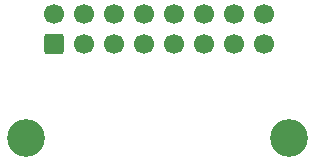
<source format=gbr>
%TF.GenerationSoftware,KiCad,Pcbnew,9.0.0*%
%TF.CreationDate,2025-03-07T07:21:17+07:00*%
%TF.ProjectId,IMU,494d552e-6b69-4636-9164-5f7063625858,rev?*%
%TF.SameCoordinates,Original*%
%TF.FileFunction,Soldermask,Bot*%
%TF.FilePolarity,Negative*%
%FSLAX46Y46*%
G04 Gerber Fmt 4.6, Leading zero omitted, Abs format (unit mm)*
G04 Created by KiCad (PCBNEW 9.0.0) date 2025-03-07 07:21:17*
%MOMM*%
%LPD*%
G01*
G04 APERTURE LIST*
G04 Aperture macros list*
%AMRoundRect*
0 Rectangle with rounded corners*
0 $1 Rounding radius*
0 $2 $3 $4 $5 $6 $7 $8 $9 X,Y pos of 4 corners*
0 Add a 4 corners polygon primitive as box body*
4,1,4,$2,$3,$4,$5,$6,$7,$8,$9,$2,$3,0*
0 Add four circle primitives for the rounded corners*
1,1,$1+$1,$2,$3*
1,1,$1+$1,$4,$5*
1,1,$1+$1,$6,$7*
1,1,$1+$1,$8,$9*
0 Add four rect primitives between the rounded corners*
20,1,$1+$1,$2,$3,$4,$5,0*
20,1,$1+$1,$4,$5,$6,$7,0*
20,1,$1+$1,$6,$7,$8,$9,0*
20,1,$1+$1,$8,$9,$2,$3,0*%
G04 Aperture macros list end*
%ADD10C,3.200000*%
%ADD11RoundRect,0.250000X0.600000X-0.600000X0.600000X0.600000X-0.600000X0.600000X-0.600000X-0.600000X0*%
%ADD12C,1.700000*%
G04 APERTURE END LIST*
D10*
%TO.C,H2*%
X139650000Y-109075000D03*
%TD*%
%TO.C,H1*%
X161900000Y-109075000D03*
%TD*%
D11*
%TO.C,J2*%
X141990000Y-101065000D03*
D12*
X141990000Y-98525000D03*
X144530000Y-101065000D03*
X144530000Y-98525000D03*
X147070000Y-101065000D03*
X147070000Y-98525000D03*
X149610000Y-101065000D03*
X149610000Y-98525000D03*
X152150000Y-101065000D03*
X152150000Y-98525000D03*
X154690000Y-101065000D03*
X154690000Y-98525000D03*
X157230000Y-101065000D03*
X157230000Y-98525000D03*
X159770000Y-101065000D03*
X159770000Y-98525000D03*
%TD*%
M02*

</source>
